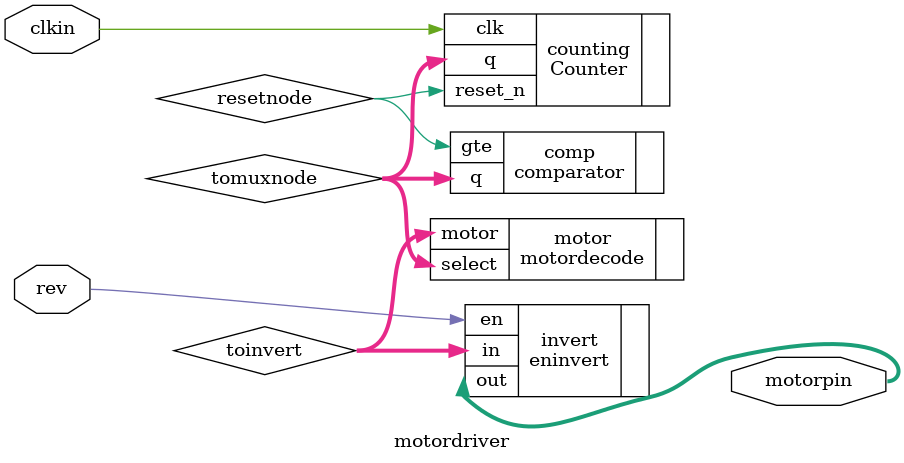
<source format=sv>
module motordriver(input logic clkin, input logic rev, output logic [3:0] motorpin);

	logic resetnode;
	logic resetsync;
	logic [3:0] tomuxnode;
	logic [3:0] toinvert;
	
	Counter counting(
	.clk(clkin),
	.reset_n(resetnode),
	.q(tomuxnode));
	
	motordecode motor(
	.select(tomuxnode),
	.motor(toinvert));
	
	comparator comp(
	.q(tomuxnode),
	.gte(resetnode));
	
	eninvert invert(
	.in(toinvert),
	.out(motorpin),
	.en(rev));
	
endmodule 
</source>
